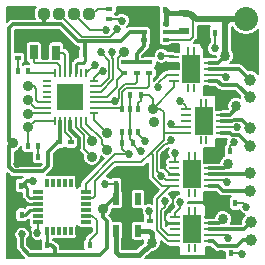
<source format=gtl>
G04 #@! TF.FileFunction,Copper,L1,Top,Signal*
%FSLAX46Y46*%
G04 Gerber Fmt 4.6, Leading zero omitted, Abs format (unit mm)*
G04 Created by KiCad (PCBNEW (2014-12-04 BZR 5312)-product) date 1/18/2015 1:19:07 PM*
%MOMM*%
G01*
G04 APERTURE LIST*
%ADD10C,0.100000*%
%ADD11R,0.280000X0.800000*%
%ADD12R,0.850000X0.280000*%
%ADD13R,1.650000X2.400000*%
%ADD14C,0.400000*%
%ADD15R,0.700000X1.200000*%
%ADD16R,0.550000X1.200000*%
%ADD17R,0.599440X0.398780*%
%ADD18R,0.398780X0.599440*%
%ADD19R,0.400000X0.600000*%
%ADD20R,0.600000X0.400000*%
%ADD21R,0.550000X1.000000*%
%ADD22R,0.500000X0.350000*%
%ADD23R,0.800000X1.450000*%
%ADD24R,0.850000X0.350000*%
%ADD25R,0.350000X0.800000*%
%ADD26O,0.248920X0.800000*%
%ADD27O,0.800000X0.248920*%
%ADD28R,2.250000X2.250000*%
%ADD29R,0.900000X0.500000*%
%ADD30C,0.883200*%
%ADD31C,1.000000*%
%ADD32R,2.032000X2.032000*%
%ADD33O,2.032000X2.032000*%
%ADD34C,1.117600*%
%ADD35R,0.420000X0.600000*%
%ADD36C,0.685800*%
%ADD37C,0.863600*%
%ADD38C,0.304800*%
%ADD39C,0.355600*%
%ADD40C,0.254000*%
%ADD41C,0.203200*%
%ADD42C,0.406400*%
%ADD43C,0.152400*%
%ADD44C,0.508000*%
G04 APERTURE END LIST*
D10*
D11*
X63258060Y-55609100D03*
X62758060Y-55609100D03*
D12*
X64488060Y-55029100D03*
X64488060Y-54529100D03*
X64488060Y-54029100D03*
X64488060Y-53529100D03*
X64488060Y-53029100D03*
X61538060Y-53029100D03*
X61538060Y-53529100D03*
X61538060Y-54029100D03*
X61538060Y-54529100D03*
X61538060Y-55029100D03*
D13*
X63008060Y-54039100D03*
D11*
X62758060Y-52479100D03*
X63258060Y-52479100D03*
D14*
X62528060Y-54789100D03*
X62528060Y-53289100D03*
X63528060Y-54789100D03*
X63528060Y-53289100D03*
X63008060Y-54039100D03*
D15*
X51525900Y-39065200D03*
D16*
X50575900Y-39065200D03*
D15*
X49625900Y-39055200D03*
D17*
X51724020Y-46664880D03*
X51724020Y-47564040D03*
D18*
X53917480Y-39173200D03*
X53018320Y-39173200D03*
D17*
X52737480Y-46664880D03*
X52737480Y-47564040D03*
X55989220Y-35359340D03*
X55989220Y-36258500D03*
D18*
X56581040Y-55262780D03*
X57480200Y-55262780D03*
X56563260Y-50213260D03*
X57462420Y-50213260D03*
D17*
X58027950Y-37328930D03*
X58027950Y-36429770D03*
D18*
X60763530Y-35482350D03*
X59864370Y-35482350D03*
X48538030Y-50330950D03*
X47638870Y-50330950D03*
X48588830Y-52820150D03*
X47689670Y-52820150D03*
X50764440Y-55356760D03*
X49865280Y-55356760D03*
X54353460Y-55366920D03*
X53454300Y-55366920D03*
X50010060Y-47891700D03*
X49110900Y-47891700D03*
D19*
X50000320Y-46954440D03*
X49100320Y-46954440D03*
D20*
X57264300Y-39910600D03*
X57264300Y-40810600D03*
D19*
X64066000Y-37388800D03*
X64966000Y-37388800D03*
X65437600Y-56080660D03*
X66337600Y-56080660D03*
X65783040Y-51810920D03*
X66683040Y-51810920D03*
X65363940Y-47419260D03*
X66263940Y-47419260D03*
D20*
X59458860Y-54239580D03*
X59458860Y-53339580D03*
D19*
X57981000Y-46725840D03*
X57081000Y-46725840D03*
X57783530Y-42635170D03*
X58683530Y-42635170D03*
D20*
X59369960Y-39910600D03*
X59369960Y-40810600D03*
X58318400Y-39910600D03*
X58318400Y-40810600D03*
D21*
X56555640Y-54168040D03*
X57505640Y-54168040D03*
X58455640Y-54168040D03*
X58455640Y-51468040D03*
X56555640Y-51468040D03*
D22*
X58967750Y-36676150D03*
X58967750Y-37326150D03*
X58967750Y-37976150D03*
X60767750Y-37976150D03*
X60767750Y-37326150D03*
X60767750Y-36676150D03*
D23*
X59867750Y-37326150D03*
D24*
X54000050Y-53393150D03*
X54000050Y-52893150D03*
X54000050Y-52393150D03*
X54000050Y-51893150D03*
X54000050Y-51393150D03*
X54000050Y-50893150D03*
D25*
X53270050Y-50153150D03*
X52770050Y-50153150D03*
X52270050Y-50153150D03*
X51770050Y-50153150D03*
X51270050Y-50153150D03*
X50770050Y-50153150D03*
D24*
X49970050Y-50893150D03*
D25*
X53270050Y-54153150D03*
X52770050Y-54153150D03*
X52270050Y-54153150D03*
X51770050Y-54153150D03*
X51270050Y-54153150D03*
X50770050Y-54153150D03*
D24*
X49970050Y-51393150D03*
X49970050Y-51893150D03*
X49970050Y-52393150D03*
X49970050Y-52893150D03*
X49970050Y-53393150D03*
D11*
X63204720Y-42042960D03*
X62704720Y-42042960D03*
D12*
X64434720Y-41462960D03*
X64434720Y-40962960D03*
X64434720Y-40462960D03*
X64434720Y-39962960D03*
X64434720Y-39462960D03*
X61484720Y-39462960D03*
X61484720Y-39962960D03*
X61484720Y-40462960D03*
X61484720Y-40962960D03*
X61484720Y-41462960D03*
D13*
X62954720Y-40472960D03*
D11*
X62704720Y-38912960D03*
X63204720Y-38912960D03*
D14*
X62474720Y-41222960D03*
X62474720Y-39722960D03*
X63474720Y-41222960D03*
X63474720Y-39722960D03*
X62954720Y-40472960D03*
D11*
X63240280Y-50950740D03*
X62740280Y-50950740D03*
D12*
X64470280Y-50370740D03*
X64470280Y-49870740D03*
X64470280Y-49370740D03*
X64470280Y-48870740D03*
X64470280Y-48370740D03*
X61520280Y-48370740D03*
X61520280Y-48870740D03*
X61520280Y-49370740D03*
X61520280Y-49870740D03*
X61520280Y-50370740D03*
D13*
X62990280Y-49380740D03*
D11*
X62740280Y-47820740D03*
X63240280Y-47820740D03*
D14*
X62510280Y-50130740D03*
X62510280Y-48630740D03*
X63510280Y-50130740D03*
X63510280Y-48630740D03*
X62990280Y-49380740D03*
D11*
X64235960Y-46452400D03*
X63735960Y-46452400D03*
D12*
X65465960Y-45872400D03*
X65465960Y-45372400D03*
X65465960Y-44872400D03*
X65465960Y-44372400D03*
X65465960Y-43872400D03*
X62515960Y-43872400D03*
X62515960Y-44372400D03*
X62515960Y-44872400D03*
X62515960Y-45372400D03*
X62515960Y-45872400D03*
D13*
X63985960Y-44882400D03*
D11*
X63735960Y-43322400D03*
X64235960Y-43322400D03*
D14*
X63505960Y-45632400D03*
X63505960Y-44132400D03*
X64505960Y-45632400D03*
X64505960Y-44132400D03*
X63985960Y-44882400D03*
D26*
X54067900Y-40823200D03*
X53617900Y-40823200D03*
X53167900Y-40823200D03*
X52717900Y-40823200D03*
X52267900Y-40823200D03*
X51817900Y-40823200D03*
X51367900Y-40823200D03*
D27*
X50717900Y-41473200D03*
X50717900Y-41923200D03*
X50717900Y-42373200D03*
X50717900Y-42823200D03*
X50717900Y-43273200D03*
X50717900Y-43723200D03*
X50717900Y-44173200D03*
D26*
X51367900Y-44823200D03*
X51817900Y-44823200D03*
X52267900Y-44823200D03*
X52717900Y-44823200D03*
X53167900Y-44823200D03*
X53617900Y-44823200D03*
X54067900Y-44823200D03*
D27*
X54717900Y-44173200D03*
X54717900Y-43723200D03*
X54717900Y-43273200D03*
X54717900Y-42823200D03*
X54717900Y-42373200D03*
X54717900Y-41923200D03*
X54717900Y-41473200D03*
D28*
X52717900Y-42823200D03*
D29*
X62320550Y-37248350D03*
X62320550Y-35748350D03*
D18*
X49156080Y-40665400D03*
X48256920Y-40665400D03*
D20*
X48249300Y-38640600D03*
X48249300Y-39540600D03*
D30*
X54518220Y-47886280D03*
X54518220Y-46586280D03*
X55818220Y-47286280D03*
X55818220Y-45886280D03*
X49117900Y-44273200D03*
X49117900Y-43123200D03*
X49103280Y-45412660D03*
X57264300Y-38991540D03*
X59814460Y-44978320D03*
X59681330Y-43828970D03*
X49117900Y-41923200D03*
D31*
X68005960Y-53457720D03*
X68005960Y-54957720D03*
X67901820Y-41359700D03*
X67901820Y-42859700D03*
X67950080Y-45466880D03*
X67950080Y-46966880D03*
X67950080Y-49266720D03*
X67950080Y-50766720D03*
D32*
X67564000Y-38785800D03*
D33*
X67564000Y-36245800D03*
D30*
X55458360Y-52311300D03*
X58574940Y-49336960D03*
X47815500Y-46741080D03*
D34*
X47934880Y-35791140D03*
X49204880Y-35791140D03*
X50474880Y-35791140D03*
X51744880Y-35791140D03*
X53014880Y-35791140D03*
X54284880Y-35791140D03*
D35*
X57753470Y-45754330D03*
X57753470Y-43854330D03*
X58403470Y-45754330D03*
X58403470Y-43854330D03*
X57103470Y-43854330D03*
X57103470Y-45754330D03*
D36*
X60520580Y-55425340D03*
X65308480Y-42677080D03*
X58036460Y-35570160D03*
X53481700Y-42062400D03*
X52717900Y-42823200D03*
X53456300Y-43561000D03*
X51983100Y-43561000D03*
X51983100Y-42087800D03*
X53619400Y-48928020D03*
X48214280Y-48470820D03*
X50546000Y-37693600D03*
X61367389Y-51119984D03*
D37*
X57480200Y-53014880D03*
D36*
X60434220Y-40347900D03*
X47986850Y-51829550D03*
X60601948Y-47731749D03*
X47668180Y-54422040D03*
X64000380Y-38445440D03*
X64549020Y-47508160D03*
X64203580Y-51711860D03*
X52367180Y-55321200D03*
X57073800Y-36362640D03*
D37*
X59603640Y-55156100D03*
X65664080Y-53172360D03*
X66093340Y-48506380D03*
X65801240Y-39364920D03*
X66763900Y-43591480D03*
D36*
X55681880Y-50223420D03*
X58732420Y-47365920D03*
X48585120Y-54411880D03*
X49509680Y-49923700D03*
X60426600Y-39336980D03*
X62019180Y-43139360D03*
X61600080Y-47533560D03*
X62021720Y-51711860D03*
X59408060Y-52481480D03*
X54782720Y-40083740D03*
X56531960Y-43151690D03*
X58991500Y-46527720D03*
X56654700Y-37117020D03*
X56217820Y-39019480D03*
X55708466Y-37135865D03*
X55272940Y-39006780D03*
X57658000Y-47668180D03*
X60699926Y-51627026D03*
X61267340Y-46443910D03*
X60379875Y-49495445D03*
X60157360Y-42006520D03*
X61208571Y-45130720D03*
X64927480Y-38709600D03*
X65846960Y-41120060D03*
X67251580Y-56095900D03*
X66075560Y-54734460D03*
X67612260Y-52120800D03*
X65984120Y-50022760D03*
X66532860Y-46682680D03*
X66842640Y-45387260D03*
X55440560Y-40625515D03*
X49890680Y-54356000D03*
D38*
X50494129Y-36677600D02*
X47835820Y-36677600D01*
X47835820Y-36677600D02*
X47515780Y-36997640D01*
X47515780Y-36997640D02*
X47515780Y-46550580D01*
X47515780Y-46550580D02*
X47706280Y-46741080D01*
X47706280Y-46741080D02*
X47815500Y-46741080D01*
X47815500Y-46741080D02*
X47548800Y-47007780D01*
X47548800Y-47007780D02*
X47548800Y-48763938D01*
X47548800Y-48763938D02*
X47903383Y-49118521D01*
X47903383Y-49118521D02*
X50352959Y-49118521D01*
X50352959Y-49118521D02*
X50812700Y-48658780D01*
X50812700Y-48658780D02*
X50812700Y-47475870D01*
X50812700Y-47475870D02*
X51623690Y-46664880D01*
X51623690Y-46664880D02*
X51724020Y-46664880D01*
X53929918Y-38109599D02*
X53339439Y-38109599D01*
X53339439Y-38109599D02*
X51907440Y-36677600D01*
X51907440Y-36677600D02*
X50494129Y-36677600D01*
X50474880Y-35791140D02*
X50474880Y-36658351D01*
X50474880Y-36658351D02*
X50494129Y-36677600D01*
D39*
X53921660Y-39169020D02*
X53917480Y-39173200D01*
D40*
X53917480Y-39173200D02*
X53917480Y-39777720D01*
X53212460Y-40076120D02*
X53210180Y-40076120D01*
X53917480Y-39777720D02*
X53771480Y-39923720D01*
X53771480Y-39923720D02*
X53364860Y-39923720D01*
X53364860Y-39923720D02*
X53212460Y-40076120D01*
X53210180Y-40076120D02*
X53167900Y-40118400D01*
X53167900Y-40118400D02*
X53167900Y-40823200D01*
D38*
X58967750Y-37976150D02*
X58967750Y-37326150D01*
X58967750Y-37326150D02*
X58967330Y-37325730D01*
X58967330Y-37325730D02*
X58027950Y-37328930D01*
X51817900Y-46571000D02*
X51724020Y-46664880D01*
X51817900Y-44823200D02*
X51817900Y-46571000D01*
X53917480Y-38122037D02*
X53917480Y-39173200D01*
X53929918Y-38109599D02*
X53917480Y-38122037D01*
X57264300Y-39910600D02*
X58318400Y-39910600D01*
X59369960Y-39910600D02*
X58318400Y-39910600D01*
X56995621Y-38109599D02*
X53929918Y-38109599D01*
X57776290Y-37328930D02*
X56995621Y-38109599D01*
X58027950Y-37328930D02*
X57776290Y-37328930D01*
X58967750Y-37976150D02*
X58967750Y-38514910D01*
X58318400Y-39164260D02*
X58318400Y-39910600D01*
X58967750Y-38514910D02*
X58318400Y-39164260D01*
D41*
X64770240Y-56344820D02*
X61440060Y-56344820D01*
X61440060Y-56344820D02*
X60520580Y-55425340D01*
X65437600Y-56080660D02*
X65034400Y-56080660D01*
X65034400Y-56080660D02*
X64770240Y-56344820D01*
X65465960Y-43872400D02*
X65465960Y-42834560D01*
X65465960Y-42834560D02*
X65308480Y-42677080D01*
D42*
X58027950Y-36429770D02*
X58027950Y-35578670D01*
X58027950Y-35578670D02*
X58036460Y-35570160D01*
D41*
X53481700Y-42062400D02*
X52720900Y-42823200D01*
X52720900Y-42823200D02*
X52717900Y-42823200D01*
X53456300Y-43561000D02*
X52718500Y-42823200D01*
X51983100Y-43561000D02*
X52717900Y-42826200D01*
X51983100Y-42087800D02*
X52717900Y-42822600D01*
D38*
X53270050Y-50153150D02*
X53270050Y-49277370D01*
X53270050Y-49277370D02*
X53619400Y-48928020D01*
X52737480Y-47564040D02*
X52737480Y-48046100D01*
X52737480Y-48046100D02*
X53619400Y-48928020D01*
X51724020Y-47564040D02*
X52737480Y-47564040D01*
D41*
X49110900Y-47891700D02*
X48793400Y-47891700D01*
X48793400Y-47891700D02*
X48214280Y-48470820D01*
X48249300Y-38640600D02*
X48249300Y-38237400D01*
X48249300Y-38237400D02*
X48793100Y-37693600D01*
X48793100Y-37693600D02*
X49917383Y-37693600D01*
X49917383Y-37693600D02*
X50546000Y-37693600D01*
X50575900Y-39065200D02*
X50575900Y-37723500D01*
X50575900Y-37723500D02*
X50546000Y-37693600D01*
X53018320Y-39173200D02*
X53018320Y-38743520D01*
X53018320Y-38743520D02*
X51968400Y-37693600D01*
X51968400Y-37693600D02*
X50546000Y-37693600D01*
D38*
X52717900Y-44823200D02*
X52717900Y-45624789D01*
X52717900Y-45624789D02*
X53433440Y-46340329D01*
X53433440Y-46340329D02*
X53433440Y-47191200D01*
X53433440Y-47191200D02*
X53060600Y-47564040D01*
X53060600Y-47564040D02*
X52737480Y-47564040D01*
D43*
X61367389Y-51604917D02*
X61367389Y-51119984D01*
X61367389Y-51896084D02*
X61367389Y-51604917D01*
X60683140Y-53251580D02*
X60683140Y-52580333D01*
X61538060Y-53529100D02*
X60960660Y-53529100D01*
X60960660Y-53529100D02*
X60683140Y-53251580D01*
X60683140Y-52580333D02*
X61367389Y-51896084D01*
D40*
X53270050Y-54153150D02*
X53270050Y-55182670D01*
X53270050Y-55182670D02*
X53454300Y-55366920D01*
D42*
X57505640Y-53040320D02*
X57480200Y-53014880D01*
X57505640Y-54168040D02*
X57505640Y-53040320D01*
X57480200Y-55262780D02*
X57480200Y-54193480D01*
X57480200Y-54193480D02*
X57505640Y-54168040D01*
D43*
X61484720Y-40462960D02*
X60549280Y-40462960D01*
X60549280Y-40462960D02*
X60434220Y-40347900D01*
X61484720Y-39962960D02*
X60819160Y-39962960D01*
X60819160Y-39962960D02*
X60434220Y-40347900D01*
D40*
X52717900Y-40823200D02*
X52717900Y-39473620D01*
X52717900Y-39473620D02*
X53018320Y-39173200D01*
X49970050Y-51893150D02*
X48050450Y-51893150D01*
X48050450Y-51893150D02*
X47986850Y-51829550D01*
X48249300Y-38640600D02*
X48349300Y-38640600D01*
X47689670Y-52820150D02*
X47689670Y-52126730D01*
X47689670Y-52126730D02*
X47986850Y-51829550D01*
D38*
X58027950Y-36429770D02*
X58721370Y-36429770D01*
X58721370Y-36429770D02*
X58967750Y-36676150D01*
X58967750Y-36676150D02*
X59932950Y-36676150D01*
D42*
X59932950Y-36676150D02*
X59932950Y-35550930D01*
D38*
X59932950Y-35550930D02*
X59864370Y-35482350D01*
X58967750Y-36676150D02*
X59217750Y-36676150D01*
X59217750Y-36676150D02*
X59867750Y-37326150D01*
D43*
X60601948Y-48216682D02*
X60601948Y-47731749D01*
X61520280Y-49370740D02*
X61111130Y-49370740D01*
X61111130Y-49370740D02*
X60601948Y-48861558D01*
X60601948Y-48861558D02*
X60601948Y-48216682D01*
D40*
X49865280Y-55256430D02*
X49268379Y-54659529D01*
X48011079Y-54079141D02*
X47668180Y-54422040D01*
X49865280Y-55356760D02*
X49865280Y-55256430D01*
X48851819Y-53789579D02*
X48300641Y-53789579D01*
X49268379Y-54659529D02*
X49268379Y-54206139D01*
X49268379Y-54206139D02*
X48851819Y-53789579D01*
X48300641Y-53789579D02*
X48011079Y-54079141D01*
D43*
X64066000Y-38379820D02*
X64000380Y-38445440D01*
X64066000Y-37388800D02*
X64066000Y-38379820D01*
X64637920Y-47419260D02*
X64549020Y-47508160D01*
X65363940Y-47419260D02*
X64637920Y-47419260D01*
D38*
X64470280Y-47586900D02*
X64549020Y-47508160D01*
X64470280Y-48370740D02*
X64470280Y-47586900D01*
D43*
X64302640Y-51810920D02*
X64203580Y-51711860D01*
X65783040Y-51810920D02*
X64302640Y-51810920D01*
D38*
X64488060Y-51996340D02*
X64203580Y-51711860D01*
X64488060Y-53029100D02*
X64488060Y-51996340D01*
D43*
X63258060Y-55869100D02*
X63258060Y-55609100D01*
D38*
X57886600Y-50213260D02*
X58574940Y-49524920D01*
X58574940Y-49524920D02*
X58574940Y-49336960D01*
X57462420Y-50213260D02*
X57886600Y-50213260D01*
D41*
X52412900Y-55366920D02*
X52367180Y-55321200D01*
X53454300Y-55366920D02*
X52412900Y-55366920D01*
D40*
X47638870Y-51481570D02*
X47986850Y-51829550D01*
X47638870Y-50330950D02*
X47638870Y-51481570D01*
D41*
X52267900Y-45792710D02*
X52267900Y-45426400D01*
X52737480Y-46262290D02*
X52267900Y-45792710D01*
X52737480Y-46664880D02*
X52737480Y-46262290D01*
X52267900Y-45426400D02*
X52267900Y-44823200D01*
D43*
X54284880Y-35791140D02*
X54582060Y-35791140D01*
X55013860Y-35359340D02*
X55989220Y-35359340D01*
X54582060Y-35791140D02*
X55013860Y-35359340D01*
X56969660Y-36258500D02*
X57073800Y-36362640D01*
X55989220Y-36258500D02*
X56969660Y-36258500D01*
X57264300Y-40810600D02*
X57164300Y-40810600D01*
X57164300Y-40810600D02*
X56705501Y-40351801D01*
X56705501Y-40351801D02*
X56705501Y-39557959D01*
X56705501Y-39557959D02*
X57233820Y-39029640D01*
X57282080Y-40828380D02*
X57264300Y-40810600D01*
X56680246Y-41953034D02*
X56680246Y-41587669D01*
X55810080Y-42823200D02*
X56680246Y-41953034D01*
X54717900Y-42823200D02*
X55810080Y-42823200D01*
X56680246Y-41394654D02*
X57264300Y-40810600D01*
X56680246Y-41587669D02*
X56680246Y-41394654D01*
D42*
X56855360Y-56243220D02*
X58516520Y-56243220D01*
X58516520Y-56243220D02*
X59603640Y-55156100D01*
X56581040Y-55262780D02*
X56581040Y-55968900D01*
X56581040Y-55968900D02*
X56855360Y-56243220D01*
X56555640Y-54168040D02*
X56555640Y-55237380D01*
X56555640Y-55237380D02*
X56581040Y-55262780D01*
X58455640Y-54168040D02*
X59387320Y-54168040D01*
X59387320Y-54168040D02*
X59458860Y-54239580D01*
X59603640Y-55156100D02*
X59603640Y-54384360D01*
X59603640Y-54384360D02*
X59458860Y-54239580D01*
D38*
X65307340Y-53529100D02*
X65664080Y-53172360D01*
X64488060Y-53529100D02*
X65307340Y-53529100D01*
X64470280Y-48870740D02*
X65728980Y-48870740D01*
X65728980Y-48870740D02*
X66093340Y-48506380D01*
D44*
X67564000Y-36245800D02*
X63345060Y-36245800D01*
X63345060Y-36245800D02*
X62895480Y-35796220D01*
X62895480Y-35796220D02*
X62368420Y-35796220D01*
X62368420Y-35796220D02*
X62320550Y-35748350D01*
D42*
X61029530Y-35748350D02*
X60763530Y-35482350D01*
X62320550Y-35748350D02*
X61029530Y-35748350D01*
X60767750Y-35486570D02*
X60763530Y-35482350D01*
X60767750Y-36676150D02*
X60767750Y-35486570D01*
X62321250Y-35749050D02*
X62320550Y-35748350D01*
D43*
X62520550Y-35748350D02*
X63101220Y-36329020D01*
X62320550Y-35748350D02*
X62520550Y-35748350D01*
X63101220Y-36329020D02*
X63101220Y-37741860D01*
X62866930Y-37976150D02*
X60767750Y-37976150D01*
X63101220Y-37741860D02*
X62866930Y-37976150D01*
D44*
X67564000Y-36245800D02*
X66127160Y-36245800D01*
X66127160Y-36245800D02*
X65801240Y-36571720D01*
X65801240Y-36571720D02*
X65801240Y-39364920D01*
D38*
X64434720Y-39962960D02*
X65203200Y-39962960D01*
X65203200Y-39962960D02*
X65801240Y-39364920D01*
X65465960Y-44372400D02*
X66195760Y-44372400D01*
X66195760Y-44372400D02*
X66763900Y-43804260D01*
X66763900Y-43804260D02*
X66763900Y-43591480D01*
D43*
X57981000Y-46725840D02*
X57981000Y-46794840D01*
X57981000Y-46794840D02*
X58552080Y-47365920D01*
X58552080Y-47365920D02*
X58732420Y-47365920D01*
X55681880Y-50223420D02*
X56553100Y-50223420D01*
X56553100Y-50223420D02*
X56563260Y-50213260D01*
D42*
X56563260Y-50213260D02*
X56563260Y-51460420D01*
X56563260Y-51460420D02*
X56555640Y-51468040D01*
D41*
X57981000Y-46586560D02*
X57753470Y-46359030D01*
X57753470Y-46359030D02*
X57753470Y-45754330D01*
X57981000Y-46725840D02*
X57981000Y-46586560D01*
D40*
X50770050Y-54153150D02*
X50770050Y-55351150D01*
X50770050Y-55351150D02*
X50764440Y-55356760D01*
D41*
X57753470Y-43854330D02*
X57753470Y-42665230D01*
D43*
X57753470Y-42665230D02*
X57783530Y-42635170D01*
D41*
X57753470Y-45754330D02*
X57753470Y-43854330D01*
D40*
X49970050Y-51393150D02*
X49291050Y-51393150D01*
X49291050Y-51393150D02*
X49079050Y-51181150D01*
X49079050Y-51181150D02*
X49079050Y-50534150D01*
X49079050Y-50534150D02*
X48875850Y-50330950D01*
X48875850Y-50330950D02*
X48538030Y-50330950D01*
D38*
X55811420Y-55633620D02*
X55257700Y-56187340D01*
X55257700Y-56187340D02*
X52099210Y-56187340D01*
X52099210Y-56187340D02*
X49217580Y-56187340D01*
X48585120Y-55554880D02*
X48585120Y-54411880D01*
X49217580Y-56187340D02*
X48585120Y-55554880D01*
X48875850Y-50072597D02*
X48875850Y-50330950D01*
X49024747Y-49923700D02*
X48875850Y-50072597D01*
X49509680Y-49923700D02*
X49024747Y-49923700D01*
X56311780Y-51468040D02*
X55465980Y-52313840D01*
X56555640Y-51468040D02*
X56311780Y-51468040D01*
X55458360Y-52311300D02*
X55458360Y-52992020D01*
X55811420Y-53345080D02*
X55811420Y-55633620D01*
X55458360Y-52992020D02*
X55811420Y-53345080D01*
X51079400Y-55356760D02*
X50764440Y-55356760D01*
X51374040Y-55651400D02*
X51079400Y-55356760D01*
X51374040Y-56187340D02*
X51374040Y-55651400D01*
X52099210Y-56187340D02*
X51374040Y-56187340D01*
D43*
X48588830Y-52820150D02*
X48774250Y-52820150D01*
D40*
X48875850Y-52820150D02*
X49302850Y-52393150D01*
X49302850Y-52393150D02*
X49970050Y-52393150D01*
X48588830Y-52820150D02*
X48875850Y-52820150D01*
D41*
X54353460Y-54914800D02*
X54932580Y-54335680D01*
X54353460Y-55366920D02*
X54353460Y-54914800D01*
X54577450Y-52893150D02*
X54000050Y-52893150D01*
X54932580Y-53248280D02*
X54577450Y-52893150D01*
X54932580Y-54335680D02*
X54932580Y-53248280D01*
D43*
X50000320Y-47881960D02*
X50010060Y-47891700D01*
X50000320Y-46954440D02*
X50000320Y-47881960D01*
D41*
X60426600Y-39336980D02*
X61358740Y-39336980D01*
X61358740Y-39336980D02*
X61484720Y-39462960D01*
X62515960Y-43872400D02*
X62515960Y-43636140D01*
X62515960Y-43636140D02*
X62019180Y-43139360D01*
X61600080Y-47533560D02*
X61600080Y-48290940D01*
X61600080Y-48290940D02*
X61520280Y-48370740D01*
D43*
X62021720Y-51711860D02*
X62021720Y-52196793D01*
X61538060Y-52680660D02*
X61538060Y-53029100D01*
X62021720Y-52196793D02*
X61838840Y-52379673D01*
X61838840Y-52379673D02*
X61838840Y-52379880D01*
X61838840Y-52379880D02*
X61538060Y-52680660D01*
X59458860Y-53339580D02*
X59458860Y-52532280D01*
X59458860Y-52532280D02*
X59408060Y-52481480D01*
X54067900Y-40823200D02*
X54067900Y-40587200D01*
D41*
X54067900Y-40798560D02*
X54782720Y-40083740D01*
D43*
X54067900Y-40823200D02*
X54067900Y-40798560D01*
D41*
X52267900Y-40823200D02*
X52267900Y-39254000D01*
X52267900Y-39254000D02*
X52079100Y-39065200D01*
X52079100Y-39065200D02*
X51525900Y-39065200D01*
X51817900Y-40823200D02*
X51817900Y-40220000D01*
X51817900Y-40220000D02*
X51567901Y-39970001D01*
X51567901Y-39970001D02*
X49737501Y-39970001D01*
X49737501Y-39970001D02*
X49625900Y-39858400D01*
X49625900Y-39858400D02*
X49625900Y-39055200D01*
D43*
X51367900Y-40823200D02*
X49034480Y-40823200D01*
X49034480Y-40823200D02*
X49156080Y-40665400D01*
X50717900Y-43273200D02*
X49967900Y-43273200D01*
X49617900Y-41923200D02*
X49117900Y-41923200D01*
X49817900Y-42123200D02*
X49617900Y-41923200D01*
X49817900Y-43123200D02*
X49817900Y-42123200D01*
X49967900Y-43273200D02*
X49817900Y-43123200D01*
X50717900Y-43723200D02*
X49717900Y-43723200D01*
X49717900Y-43723200D02*
X49117900Y-43123200D01*
X50717900Y-44173200D02*
X49217900Y-44173200D01*
X49217900Y-44173200D02*
X49117900Y-44273200D01*
X49692740Y-44823200D02*
X49103280Y-45412660D01*
X51367900Y-44823200D02*
X49692740Y-44823200D01*
X49100320Y-45415620D02*
X49103280Y-45412660D01*
X49100320Y-46954440D02*
X49100320Y-45415620D01*
X53167900Y-44823200D02*
X53167900Y-45375600D01*
X53167900Y-45375600D02*
X53848019Y-46055719D01*
X53848019Y-46055719D02*
X53848019Y-47216079D01*
X53848019Y-47216079D02*
X54076621Y-47444681D01*
X54076621Y-47444681D02*
X54518220Y-47886280D01*
X54518220Y-46294854D02*
X54518220Y-46586280D01*
X53617900Y-45394534D02*
X54518220Y-46294854D01*
X53617900Y-44823200D02*
X53617900Y-45394534D01*
X54067900Y-44823200D02*
X54067900Y-45098740D01*
X54067900Y-45098740D02*
X55376621Y-46407461D01*
X55376621Y-46407461D02*
X55376621Y-46844681D01*
X55376621Y-46844681D02*
X55818220Y-47286280D01*
X54717900Y-44173200D02*
X54717900Y-44785960D01*
X54717900Y-44785960D02*
X55818220Y-45886280D01*
D41*
X54717900Y-44173200D02*
X54728900Y-44173200D01*
D43*
X54717900Y-44173200D02*
X54993440Y-44173200D01*
D41*
X57103470Y-43944330D02*
X57103470Y-43854330D01*
D43*
X59269960Y-40810600D02*
X59369960Y-40810600D01*
X57094620Y-43845480D02*
X57103470Y-43854330D01*
X56972340Y-43723200D02*
X57103470Y-43854330D01*
X54717900Y-43723200D02*
X56972340Y-43723200D01*
X57103470Y-42403748D02*
X57444818Y-42062400D01*
X57103470Y-43854330D02*
X57103470Y-42403748D01*
X57444818Y-42062400D02*
X59174380Y-42062400D01*
X59369960Y-41866820D02*
X59369960Y-40810600D01*
X59174380Y-42062400D02*
X59369960Y-41866820D01*
X58218400Y-40810600D02*
X58318400Y-40810600D01*
X58318400Y-40810600D02*
X58318400Y-41163000D01*
X58318400Y-41592500D02*
X58153310Y-41757590D01*
X58318400Y-41163000D02*
X58318400Y-41592500D01*
X58153310Y-41757590D02*
X57318561Y-41757591D01*
X56798661Y-42884989D02*
X56531960Y-43151690D01*
X56798661Y-42277491D02*
X56798661Y-42884989D01*
X57318561Y-41757591D02*
X56798661Y-42277491D01*
X56410450Y-43273200D02*
X56531960Y-43151690D01*
X54717900Y-43273200D02*
X56410450Y-43273200D01*
X58403470Y-45939690D02*
X58991500Y-46527720D01*
X58403470Y-45754330D02*
X58403470Y-45939690D01*
X56311801Y-37459919D02*
X56654700Y-37117020D01*
X56060341Y-37711379D02*
X56311801Y-37459919D01*
X53665119Y-37711379D02*
X56060341Y-37711379D01*
X51744880Y-35791140D02*
X53665119Y-37711379D01*
X56329590Y-39616183D02*
X56217820Y-39504413D01*
X56329590Y-41313910D02*
X56329590Y-39616183D01*
X55270300Y-42373200D02*
X56329590Y-41313910D01*
X56217820Y-39504413D02*
X56217820Y-39019480D01*
X54717900Y-42373200D02*
X55270300Y-42373200D01*
X53014880Y-35791140D02*
X54359605Y-37135865D01*
X55223533Y-37135865D02*
X55708466Y-37135865D01*
X54359605Y-37135865D02*
X55223533Y-37135865D01*
X55270300Y-41923200D02*
X56012080Y-41181420D01*
X54717900Y-41923200D02*
X55270300Y-41923200D01*
X56012080Y-39745920D02*
X55272940Y-39006780D01*
X56012080Y-41181420D02*
X56012080Y-39745920D01*
D41*
X57081000Y-46725840D02*
X57081000Y-47192780D01*
X57081000Y-47192780D02*
X57556400Y-47668180D01*
X57556400Y-47668180D02*
X57658000Y-47668180D01*
X57173067Y-47668180D02*
X57658000Y-47668180D01*
X56520080Y-47668180D02*
X57173067Y-47668180D01*
X54000050Y-50188210D02*
X56520080Y-47668180D01*
X54000050Y-50893150D02*
X54000050Y-50188210D01*
D43*
X60960660Y-54529100D02*
X60378330Y-53946770D01*
X60699926Y-52111959D02*
X60699926Y-51627026D01*
X60378330Y-52433555D02*
X60699926Y-52111959D01*
X61538060Y-54529100D02*
X60960660Y-54529100D01*
X60378330Y-53946770D02*
X60378330Y-52433555D01*
X60379875Y-49495445D02*
X60397125Y-49495445D01*
X60772420Y-49870740D02*
X61520280Y-49870740D01*
X60397125Y-49495445D02*
X60772420Y-49870740D01*
D41*
X61484720Y-40962960D02*
X60856520Y-40962960D01*
X60856520Y-40962960D02*
X60157360Y-41662120D01*
X60157360Y-41662120D02*
X60157360Y-42006520D01*
X57103470Y-46703370D02*
X57081000Y-46725840D01*
X57103470Y-45754330D02*
X57103470Y-46703370D01*
D43*
X61450251Y-45372400D02*
X62515960Y-45372400D01*
X61208571Y-45130720D02*
X61450251Y-45372400D01*
X60379875Y-49495445D02*
X60015119Y-49130689D01*
X60015119Y-49130689D02*
X60015119Y-47510327D01*
X60015119Y-47510327D02*
X60738637Y-46786809D01*
X60738637Y-46786809D02*
X60924441Y-46786809D01*
X60924441Y-46786809D02*
X61267340Y-46443910D01*
X60960660Y-55029100D02*
X60063380Y-54131820D01*
X61538060Y-55029100D02*
X60960660Y-55029100D01*
X60063380Y-54131820D02*
X60063380Y-51455320D01*
X60063380Y-51455320D02*
X61030485Y-50488215D01*
X61030485Y-50488215D02*
X61030485Y-50370740D01*
X61520280Y-50370740D02*
X61030485Y-50370740D01*
D41*
X59681330Y-43828970D02*
X61484720Y-42025580D01*
X61484720Y-42025580D02*
X61484720Y-41462960D01*
X60611661Y-45790973D02*
X60611661Y-44134785D01*
X60611661Y-44134785D02*
X60305846Y-43828970D01*
X60305846Y-43828970D02*
X59681330Y-43828970D01*
X58683530Y-42635170D02*
X59340750Y-42635170D01*
X59681330Y-42975750D02*
X59681330Y-43828970D01*
X59340750Y-42635170D02*
X59681330Y-42975750D01*
X58546520Y-43275380D02*
X58479220Y-43275380D01*
X58479220Y-43275380D02*
X58403470Y-43351130D01*
X58403470Y-43351130D02*
X58403470Y-43854330D01*
X58683530Y-42635170D02*
X58683530Y-43138370D01*
X58683530Y-43138370D02*
X58546520Y-43275380D01*
D43*
X60693088Y-45872400D02*
X60611661Y-45790973D01*
X62515960Y-45872400D02*
X60693088Y-45872400D01*
D41*
X60611661Y-46446799D02*
X60611661Y-45790973D01*
X56403240Y-48328580D02*
X58729880Y-48328580D01*
X54628250Y-51393150D02*
X54782720Y-51238680D01*
X54782720Y-49949100D02*
X56403240Y-48328580D01*
X54000050Y-51393150D02*
X54628250Y-51393150D01*
X54782720Y-51238680D02*
X54782720Y-49949100D01*
D43*
X59669680Y-47733920D02*
X59497110Y-47561350D01*
X59669680Y-49593500D02*
X59669680Y-47733920D01*
X60446920Y-50370740D02*
X59669680Y-49593500D01*
X61030485Y-50370740D02*
X60446920Y-50370740D01*
D41*
X59497110Y-47561350D02*
X60611661Y-46446799D01*
X58729880Y-48328580D02*
X59497110Y-47561350D01*
D43*
X65689860Y-40962960D02*
X64434720Y-40962960D01*
X65846960Y-41120060D02*
X65689860Y-40962960D01*
X64966000Y-38671080D02*
X64927480Y-38709600D01*
X64966000Y-37388800D02*
X64966000Y-38671080D01*
X67236340Y-56080660D02*
X67251580Y-56095900D01*
X66337600Y-56080660D02*
X67236340Y-56080660D01*
X64488060Y-54529100D02*
X65870200Y-54529100D01*
X65870200Y-54529100D02*
X66075560Y-54734460D01*
X66683040Y-51810920D02*
X67302380Y-51810920D01*
X67302380Y-51810920D02*
X67612260Y-52120800D01*
X64470280Y-49870740D02*
X65832100Y-49870740D01*
X65832100Y-49870740D02*
X65984120Y-50022760D01*
X65465960Y-45372400D02*
X66827780Y-45372400D01*
X66263940Y-47419260D02*
X66263940Y-46951600D01*
X66263940Y-46951600D02*
X66532860Y-46682680D01*
X66827780Y-45372400D02*
X66842640Y-45387260D01*
D38*
X60767750Y-37326150D02*
X62242750Y-37326150D01*
X62242750Y-37326150D02*
X62320550Y-37248350D01*
X64488060Y-54029100D02*
X67434580Y-54029100D01*
X67434580Y-54029100D02*
X68005960Y-53457720D01*
X68005960Y-54957720D02*
X67298854Y-54957720D01*
X65217860Y-55473900D02*
X64773060Y-55029100D01*
X66782674Y-55473900D02*
X65217860Y-55473900D01*
X67298854Y-54957720D02*
X66782674Y-55473900D01*
X64773060Y-55029100D02*
X64488060Y-55029100D01*
X64434720Y-40462960D02*
X67005080Y-40462960D01*
X67005080Y-40462960D02*
X67901820Y-41359700D01*
X66847980Y-41805860D02*
X67901820Y-42859700D01*
X65507420Y-41805860D02*
X66847980Y-41805860D01*
X65164520Y-41462960D02*
X65507420Y-41805860D01*
X64434720Y-41462960D02*
X65164520Y-41462960D01*
X67222759Y-44739559D02*
X67450081Y-44966881D01*
X65465960Y-44872400D02*
X66398902Y-44872400D01*
X66531743Y-44739559D02*
X67222759Y-44739559D01*
X67450081Y-44966881D02*
X67950080Y-45466880D01*
X66398902Y-44872400D02*
X66531743Y-44739559D01*
X67450081Y-46466881D02*
X67950080Y-46966880D01*
X65465960Y-45872400D02*
X66195760Y-45872400D01*
X67018161Y-46034961D02*
X67450081Y-46466881D01*
X66358321Y-46034961D02*
X67018161Y-46034961D01*
X66195760Y-45872400D02*
X66358321Y-46034961D01*
X64470280Y-49370740D02*
X67846060Y-49370740D01*
X67846060Y-49370740D02*
X67950080Y-49266720D01*
X65596060Y-50766720D02*
X67950080Y-50766720D01*
X65200080Y-50370740D02*
X65596060Y-50766720D01*
X64470280Y-50370740D02*
X65200080Y-50370740D01*
D41*
X48256920Y-40665400D02*
X48256920Y-39548220D01*
X48256920Y-39548220D02*
X48249300Y-39540600D01*
D43*
X48256500Y-39547800D02*
X48249300Y-39540600D01*
X49970050Y-53393150D02*
X49737950Y-53393150D01*
X55288725Y-40625515D02*
X55440560Y-40625515D01*
X54717900Y-41196340D02*
X55288725Y-40625515D01*
X54717900Y-41473200D02*
X54717900Y-41196340D01*
X49970050Y-53393150D02*
X49970050Y-54276630D01*
X49970050Y-54276630D02*
X49890680Y-54356000D01*
G36*
X49485901Y-51892957D02*
X49419146Y-51905909D01*
X49373414Y-51935950D01*
X49302850Y-51935950D01*
X49127887Y-51970752D01*
X48979561Y-52069861D01*
X48852725Y-52196696D01*
X48788220Y-52183761D01*
X48389440Y-52183761D01*
X48263536Y-52208189D01*
X48152878Y-52280880D01*
X48078804Y-52390617D01*
X48052771Y-52520430D01*
X48052771Y-53119870D01*
X48077199Y-53245774D01*
X48149890Y-53356432D01*
X48259627Y-53430506D01*
X48389440Y-53456539D01*
X48788220Y-53456539D01*
X48914124Y-53432111D01*
X49024782Y-53359420D01*
X49098856Y-53249683D01*
X49107942Y-53204375D01*
X49199139Y-53143439D01*
X49219113Y-53123464D01*
X49223173Y-53144389D01*
X49208381Y-53218150D01*
X49208381Y-53568150D01*
X49232809Y-53694054D01*
X49305500Y-53804712D01*
X49415237Y-53878786D01*
X49415862Y-53878911D01*
X49320386Y-53974222D01*
X49226250Y-54200924D01*
X49156079Y-54031097D01*
X48966898Y-53841586D01*
X48719595Y-53738897D01*
X48451819Y-53738663D01*
X48204337Y-53840921D01*
X48014826Y-54030102D01*
X47912137Y-54277405D01*
X47911903Y-54545181D01*
X48014161Y-54792663D01*
X48102520Y-54881176D01*
X48102520Y-55554880D01*
X48139256Y-55739563D01*
X48243870Y-55896130D01*
X48792420Y-56444680D01*
X47365120Y-56444680D01*
X47365120Y-49262758D01*
X47562133Y-49459771D01*
X47718700Y-49564385D01*
X47903383Y-49601121D01*
X48664826Y-49601121D01*
X48571386Y-49694561D01*
X48338640Y-49694561D01*
X48212736Y-49718989D01*
X48102078Y-49791680D01*
X48028004Y-49901417D01*
X48001971Y-50031230D01*
X48001971Y-50630670D01*
X48026399Y-50756574D01*
X48099090Y-50867232D01*
X48208827Y-50941306D01*
X48338640Y-50967339D01*
X48621850Y-50967339D01*
X48621850Y-51181150D01*
X48656652Y-51356113D01*
X48755761Y-51504439D01*
X48967761Y-51716439D01*
X49116087Y-51815548D01*
X49291050Y-51850350D01*
X49373110Y-51850350D01*
X49415237Y-51878786D01*
X49485901Y-51892957D01*
X49485901Y-51892957D01*
G37*
X49485901Y-51892957D02*
X49419146Y-51905909D01*
X49373414Y-51935950D01*
X49302850Y-51935950D01*
X49127887Y-51970752D01*
X48979561Y-52069861D01*
X48852725Y-52196696D01*
X48788220Y-52183761D01*
X48389440Y-52183761D01*
X48263536Y-52208189D01*
X48152878Y-52280880D01*
X48078804Y-52390617D01*
X48052771Y-52520430D01*
X48052771Y-53119870D01*
X48077199Y-53245774D01*
X48149890Y-53356432D01*
X48259627Y-53430506D01*
X48389440Y-53456539D01*
X48788220Y-53456539D01*
X48914124Y-53432111D01*
X49024782Y-53359420D01*
X49098856Y-53249683D01*
X49107942Y-53204375D01*
X49199139Y-53143439D01*
X49219113Y-53123464D01*
X49223173Y-53144389D01*
X49208381Y-53218150D01*
X49208381Y-53568150D01*
X49232809Y-53694054D01*
X49305500Y-53804712D01*
X49415237Y-53878786D01*
X49415862Y-53878911D01*
X49320386Y-53974222D01*
X49226250Y-54200924D01*
X49156079Y-54031097D01*
X48966898Y-53841586D01*
X48719595Y-53738897D01*
X48451819Y-53738663D01*
X48204337Y-53840921D01*
X48014826Y-54030102D01*
X47912137Y-54277405D01*
X47911903Y-54545181D01*
X48014161Y-54792663D01*
X48102520Y-54881176D01*
X48102520Y-55554880D01*
X48139256Y-55739563D01*
X48243870Y-55896130D01*
X48792420Y-56444680D01*
X47365120Y-56444680D01*
X47365120Y-49262758D01*
X47562133Y-49459771D01*
X47718700Y-49564385D01*
X47903383Y-49601121D01*
X48664826Y-49601121D01*
X48571386Y-49694561D01*
X48338640Y-49694561D01*
X48212736Y-49718989D01*
X48102078Y-49791680D01*
X48028004Y-49901417D01*
X48001971Y-50031230D01*
X48001971Y-50630670D01*
X48026399Y-50756574D01*
X48099090Y-50867232D01*
X48208827Y-50941306D01*
X48338640Y-50967339D01*
X48621850Y-50967339D01*
X48621850Y-51181150D01*
X48656652Y-51356113D01*
X48755761Y-51504439D01*
X48967761Y-51716439D01*
X49116087Y-51815548D01*
X49291050Y-51850350D01*
X49373110Y-51850350D01*
X49415237Y-51878786D01*
X49485901Y-51892957D01*
G36*
X49803629Y-35205080D02*
X49721662Y-35286904D01*
X49586034Y-35613531D01*
X49585726Y-35967197D01*
X49679852Y-36195000D01*
X47835820Y-36195000D01*
X47651137Y-36231736D01*
X47494570Y-36336350D01*
X47365120Y-36465800D01*
X47365120Y-35205080D01*
X49803629Y-35205080D01*
X49803629Y-35205080D01*
G37*
X49803629Y-35205080D02*
X49721662Y-35286904D01*
X49586034Y-35613531D01*
X49585726Y-35967197D01*
X49679852Y-36195000D01*
X47835820Y-36195000D01*
X47651137Y-36231736D01*
X47494570Y-36336350D01*
X47365120Y-36465800D01*
X47365120Y-35205080D01*
X49803629Y-35205080D01*
G36*
X50252932Y-54934615D02*
X50228381Y-55057040D01*
X50228381Y-55656480D01*
X50237744Y-55704740D01*
X49417479Y-55704740D01*
X49067720Y-55354980D01*
X49067720Y-54881199D01*
X49155414Y-54793658D01*
X49249549Y-54566955D01*
X49319721Y-54736783D01*
X49508902Y-54926294D01*
X49756205Y-55028983D01*
X50023981Y-55029217D01*
X50252932Y-54934615D01*
X50252932Y-54934615D01*
G37*
X50252932Y-54934615D02*
X50228381Y-55057040D01*
X50228381Y-55656480D01*
X50237744Y-55704740D01*
X49417479Y-55704740D01*
X49067720Y-55354980D01*
X49067720Y-54881199D01*
X49155414Y-54793658D01*
X49249549Y-54566955D01*
X49319721Y-54736783D01*
X49508902Y-54926294D01*
X49756205Y-55028983D01*
X50023981Y-55029217D01*
X50252932Y-54934615D01*
G36*
X50273274Y-48515705D02*
X50153059Y-48635921D01*
X48103283Y-48635921D01*
X48031400Y-48564038D01*
X48031400Y-47486959D01*
X48252118Y-47395761D01*
X48469418Y-47178840D01*
X48563651Y-46951901D01*
X48563651Y-47254440D01*
X48588079Y-47380344D01*
X48660770Y-47491002D01*
X48770507Y-47565076D01*
X48900320Y-47591109D01*
X49300320Y-47591109D01*
X49426224Y-47566681D01*
X49487093Y-47526696D01*
X49474001Y-47591980D01*
X49474001Y-48191420D01*
X49498429Y-48317324D01*
X49571120Y-48427982D01*
X49680857Y-48502056D01*
X49810670Y-48528089D01*
X50209450Y-48528089D01*
X50273274Y-48515705D01*
X50273274Y-48515705D01*
G37*
X50273274Y-48515705D02*
X50153059Y-48635921D01*
X48103283Y-48635921D01*
X48031400Y-48564038D01*
X48031400Y-47486959D01*
X48252118Y-47395761D01*
X48469418Y-47178840D01*
X48563651Y-46951901D01*
X48563651Y-47254440D01*
X48588079Y-47380344D01*
X48660770Y-47491002D01*
X48770507Y-47565076D01*
X48900320Y-47591109D01*
X49300320Y-47591109D01*
X49426224Y-47566681D01*
X49487093Y-47526696D01*
X49474001Y-47591980D01*
X49474001Y-48191420D01*
X49498429Y-48317324D01*
X49571120Y-48427982D01*
X49680857Y-48502056D01*
X49810670Y-48528089D01*
X50209450Y-48528089D01*
X50273274Y-48515705D01*
G36*
X53434880Y-38703036D02*
X53407454Y-38743667D01*
X53381421Y-38873480D01*
X53381421Y-39466520D01*
X53364860Y-39466520D01*
X53189897Y-39501322D01*
X53041571Y-39600431D01*
X52893762Y-39748239D01*
X52886891Y-39752831D01*
X52844611Y-39795111D01*
X52745502Y-39943437D01*
X52710700Y-40118400D01*
X52710700Y-40473730D01*
X52699700Y-40418430D01*
X52699700Y-39254005D01*
X52699700Y-39254000D01*
X52699701Y-39254000D01*
X52666832Y-39088758D01*
X52666831Y-39088757D01*
X52635772Y-39042274D01*
X52573229Y-38948672D01*
X52573229Y-38948671D01*
X52573225Y-38948668D01*
X52384429Y-38759871D01*
X52244343Y-38666269D01*
X52212569Y-38659948D01*
X52212569Y-38465200D01*
X52188141Y-38339296D01*
X52115450Y-38228638D01*
X52005713Y-38154564D01*
X51875900Y-38128531D01*
X51175900Y-38128531D01*
X51049996Y-38152959D01*
X50939338Y-38225650D01*
X50865264Y-38335387D01*
X50839231Y-38465200D01*
X50839231Y-39538201D01*
X50312569Y-39538201D01*
X50312569Y-38455200D01*
X50288141Y-38329296D01*
X50215450Y-38218638D01*
X50105713Y-38144564D01*
X49975900Y-38118531D01*
X49275900Y-38118531D01*
X49149996Y-38142959D01*
X49039338Y-38215650D01*
X48965264Y-38325387D01*
X48939231Y-38455200D01*
X48939231Y-39655200D01*
X48963659Y-39781104D01*
X49036350Y-39891762D01*
X49146087Y-39965836D01*
X49218353Y-39980328D01*
X49226969Y-40023643D01*
X49230555Y-40029011D01*
X48956690Y-40029011D01*
X48830786Y-40053439D01*
X48720128Y-40126130D01*
X48706834Y-40145824D01*
X48695860Y-40129118D01*
X48688720Y-40124298D01*
X48688720Y-40043962D01*
X48785862Y-39980150D01*
X48859936Y-39870413D01*
X48885969Y-39740600D01*
X48885969Y-39340600D01*
X48861541Y-39214696D01*
X48788850Y-39104038D01*
X48679113Y-39029964D01*
X48549300Y-39003931D01*
X47998380Y-39003931D01*
X47998380Y-37197540D01*
X48035720Y-37160200D01*
X50494129Y-37160200D01*
X51707540Y-37160200D01*
X52998186Y-38450845D01*
X52998189Y-38450849D01*
X53154756Y-38555463D01*
X53339439Y-38592199D01*
X53434880Y-38592199D01*
X53434880Y-38703036D01*
X53434880Y-38703036D01*
G37*
X53434880Y-38703036D02*
X53407454Y-38743667D01*
X53381421Y-38873480D01*
X53381421Y-39466520D01*
X53364860Y-39466520D01*
X53189897Y-39501322D01*
X53041571Y-39600431D01*
X52893762Y-39748239D01*
X52886891Y-39752831D01*
X52844611Y-39795111D01*
X52745502Y-39943437D01*
X52710700Y-40118400D01*
X52710700Y-40473730D01*
X52699700Y-40418430D01*
X52699700Y-39254005D01*
X52699700Y-39254000D01*
X52699701Y-39254000D01*
X52666832Y-39088758D01*
X52666831Y-39088757D01*
X52635772Y-39042274D01*
X52573229Y-38948672D01*
X52573229Y-38948671D01*
X52573225Y-38948668D01*
X52384429Y-38759871D01*
X52244343Y-38666269D01*
X52212569Y-38659948D01*
X52212569Y-38465200D01*
X52188141Y-38339296D01*
X52115450Y-38228638D01*
X52005713Y-38154564D01*
X51875900Y-38128531D01*
X51175900Y-38128531D01*
X51049996Y-38152959D01*
X50939338Y-38225650D01*
X50865264Y-38335387D01*
X50839231Y-38465200D01*
X50839231Y-39538201D01*
X50312569Y-39538201D01*
X50312569Y-38455200D01*
X50288141Y-38329296D01*
X50215450Y-38218638D01*
X50105713Y-38144564D01*
X49975900Y-38118531D01*
X49275900Y-38118531D01*
X49149996Y-38142959D01*
X49039338Y-38215650D01*
X48965264Y-38325387D01*
X48939231Y-38455200D01*
X48939231Y-39655200D01*
X48963659Y-39781104D01*
X49036350Y-39891762D01*
X49146087Y-39965836D01*
X49218353Y-39980328D01*
X49226969Y-40023643D01*
X49230555Y-40029011D01*
X48956690Y-40029011D01*
X48830786Y-40053439D01*
X48720128Y-40126130D01*
X48706834Y-40145824D01*
X48695860Y-40129118D01*
X48688720Y-40124298D01*
X48688720Y-40043962D01*
X48785862Y-39980150D01*
X48859936Y-39870413D01*
X48885969Y-39740600D01*
X48885969Y-39340600D01*
X48861541Y-39214696D01*
X48788850Y-39104038D01*
X48679113Y-39029964D01*
X48549300Y-39003931D01*
X47998380Y-39003931D01*
X47998380Y-37197540D01*
X48035720Y-37160200D01*
X50494129Y-37160200D01*
X51707540Y-37160200D01*
X52998186Y-38450845D01*
X52998189Y-38450849D01*
X53154756Y-38555463D01*
X53339439Y-38592199D01*
X53434880Y-38592199D01*
X53434880Y-38703036D01*
G36*
X54500780Y-54156822D02*
X54048131Y-54609471D01*
X53954529Y-54749557D01*
X53942225Y-54811413D01*
X53942224Y-54811413D01*
X53917508Y-54827650D01*
X53843434Y-54937387D01*
X53817401Y-55067200D01*
X53817401Y-55666640D01*
X53824793Y-55704740D01*
X52099210Y-55704740D01*
X51856640Y-55704740D01*
X51856640Y-55651400D01*
X51819904Y-55466717D01*
X51715290Y-55310150D01*
X51420650Y-55015510D01*
X51264083Y-54910896D01*
X51262578Y-54910596D01*
X51248929Y-54889819D01*
X51445050Y-54889819D01*
X51521289Y-54875026D01*
X51595050Y-54889819D01*
X51945050Y-54889819D01*
X52021289Y-54875026D01*
X52095050Y-54889819D01*
X52445050Y-54889819D01*
X52521289Y-54875026D01*
X52595050Y-54889819D01*
X52945050Y-54889819D01*
X53070954Y-54865391D01*
X53181612Y-54792700D01*
X53255686Y-54682963D01*
X53281719Y-54553150D01*
X53281719Y-53753150D01*
X53273373Y-53710136D01*
X53335500Y-53804712D01*
X53445237Y-53878786D01*
X53575050Y-53904819D01*
X54425050Y-53904819D01*
X54500780Y-53890125D01*
X54500780Y-54156822D01*
X54500780Y-54156822D01*
G37*
X54500780Y-54156822D02*
X54048131Y-54609471D01*
X53954529Y-54749557D01*
X53942225Y-54811413D01*
X53942224Y-54811413D01*
X53917508Y-54827650D01*
X53843434Y-54937387D01*
X53817401Y-55067200D01*
X53817401Y-55666640D01*
X53824793Y-55704740D01*
X52099210Y-55704740D01*
X51856640Y-55704740D01*
X51856640Y-55651400D01*
X51819904Y-55466717D01*
X51715290Y-55310150D01*
X51420650Y-55015510D01*
X51264083Y-54910896D01*
X51262578Y-54910596D01*
X51248929Y-54889819D01*
X51445050Y-54889819D01*
X51521289Y-54875026D01*
X51595050Y-54889819D01*
X51945050Y-54889819D01*
X52021289Y-54875026D01*
X52095050Y-54889819D01*
X52445050Y-54889819D01*
X52521289Y-54875026D01*
X52595050Y-54889819D01*
X52945050Y-54889819D01*
X53070954Y-54865391D01*
X53181612Y-54792700D01*
X53255686Y-54682963D01*
X53281719Y-54553150D01*
X53281719Y-53753150D01*
X53273373Y-53710136D01*
X53335500Y-53804712D01*
X53445237Y-53878786D01*
X53575050Y-53904819D01*
X54425050Y-53904819D01*
X54500780Y-53890125D01*
X54500780Y-54156822D01*
G36*
X55562016Y-48015586D02*
X53694721Y-49882881D01*
X53601119Y-50022967D01*
X53568250Y-50188210D01*
X53568250Y-50382800D01*
X53449146Y-50405909D01*
X53338488Y-50478600D01*
X53278994Y-50566737D01*
X53281719Y-50553150D01*
X53281719Y-49753150D01*
X53257291Y-49627246D01*
X53184600Y-49516588D01*
X53074863Y-49442514D01*
X52945050Y-49416481D01*
X52595050Y-49416481D01*
X52518810Y-49431273D01*
X52445050Y-49416481D01*
X52095050Y-49416481D01*
X52018810Y-49431273D01*
X51945050Y-49416481D01*
X51595050Y-49416481D01*
X51518810Y-49431273D01*
X51445050Y-49416481D01*
X51095050Y-49416481D01*
X51018810Y-49431273D01*
X50945050Y-49416481D01*
X50737499Y-49416481D01*
X51153950Y-49000030D01*
X51258564Y-48843463D01*
X51295300Y-48658780D01*
X51295300Y-47675770D01*
X51770131Y-47200939D01*
X52023740Y-47200939D01*
X52149644Y-47176511D01*
X52231077Y-47123017D01*
X52307947Y-47174906D01*
X52437760Y-47200939D01*
X53037200Y-47200939D01*
X53163104Y-47176511D01*
X53273762Y-47103820D01*
X53347836Y-46994083D01*
X53373869Y-46864270D01*
X53373869Y-46465490D01*
X53349441Y-46339586D01*
X53276750Y-46228928D01*
X53167013Y-46154854D01*
X53147115Y-46150863D01*
X53136411Y-46097047D01*
X53042809Y-45956961D01*
X53042805Y-45956958D01*
X52699700Y-45613852D01*
X52699700Y-45426400D01*
X52699700Y-45227969D01*
X52717900Y-45136472D01*
X52747849Y-45287036D01*
X52761500Y-45307466D01*
X52761500Y-45375600D01*
X52792435Y-45531123D01*
X52880532Y-45662968D01*
X53441619Y-46224055D01*
X53441619Y-47216079D01*
X53472554Y-47371602D01*
X53560651Y-47503447D01*
X53759093Y-47701889D01*
X53746555Y-47732086D01*
X53746287Y-48039127D01*
X53863539Y-48322898D01*
X54080460Y-48540198D01*
X54364026Y-48657945D01*
X54671067Y-48658213D01*
X54954838Y-48540961D01*
X55172138Y-48324040D01*
X55289885Y-48040474D01*
X55290051Y-47849631D01*
X55380460Y-47940198D01*
X55562016Y-48015586D01*
X55562016Y-48015586D01*
G37*
X55562016Y-48015586D02*
X53694721Y-49882881D01*
X53601119Y-50022967D01*
X53568250Y-50188210D01*
X53568250Y-50382800D01*
X53449146Y-50405909D01*
X53338488Y-50478600D01*
X53278994Y-50566737D01*
X53281719Y-50553150D01*
X53281719Y-49753150D01*
X53257291Y-49627246D01*
X53184600Y-49516588D01*
X53074863Y-49442514D01*
X52945050Y-49416481D01*
X52595050Y-49416481D01*
X52518810Y-49431273D01*
X52445050Y-49416481D01*
X52095050Y-49416481D01*
X52018810Y-49431273D01*
X51945050Y-49416481D01*
X51595050Y-49416481D01*
X51518810Y-49431273D01*
X51445050Y-49416481D01*
X51095050Y-49416481D01*
X51018810Y-49431273D01*
X50945050Y-49416481D01*
X50737499Y-49416481D01*
X51153950Y-49000030D01*
X51258564Y-48843463D01*
X51295300Y-48658780D01*
X51295300Y-47675770D01*
X51770131Y-47200939D01*
X52023740Y-47200939D01*
X52149644Y-47176511D01*
X52231077Y-47123017D01*
X52307947Y-47174906D01*
X52437760Y-47200939D01*
X53037200Y-47200939D01*
X53163104Y-47176511D01*
X53273762Y-47103820D01*
X53347836Y-46994083D01*
X53373869Y-46864270D01*
X53373869Y-46465490D01*
X53349441Y-46339586D01*
X53276750Y-46228928D01*
X53167013Y-46154854D01*
X53147115Y-46150863D01*
X53136411Y-46097047D01*
X53042809Y-45956961D01*
X53042805Y-45956958D01*
X52699700Y-45613852D01*
X52699700Y-45426400D01*
X52699700Y-45227969D01*
X52717900Y-45136472D01*
X52747849Y-45287036D01*
X52761500Y-45307466D01*
X52761500Y-45375600D01*
X52792435Y-45531123D01*
X52880532Y-45662968D01*
X53441619Y-46224055D01*
X53441619Y-47216079D01*
X53472554Y-47371602D01*
X53560651Y-47503447D01*
X53759093Y-47701889D01*
X53746555Y-47732086D01*
X53746287Y-48039127D01*
X53863539Y-48322898D01*
X54080460Y-48540198D01*
X54364026Y-48657945D01*
X54671067Y-48658213D01*
X54954838Y-48540961D01*
X55172138Y-48324040D01*
X55289885Y-48040474D01*
X55290051Y-47849631D01*
X55380460Y-47940198D01*
X55562016Y-48015586D01*
G36*
X60235265Y-50708698D02*
X59776012Y-51167952D01*
X59687915Y-51299797D01*
X59656980Y-51455320D01*
X59656980Y-51856018D01*
X59542535Y-51808497D01*
X59274759Y-51808263D01*
X59067309Y-51893980D01*
X59067309Y-50968040D01*
X59042881Y-50842136D01*
X58970190Y-50731478D01*
X58860453Y-50657404D01*
X58730640Y-50631371D01*
X58180640Y-50631371D01*
X58054736Y-50655799D01*
X57944078Y-50728490D01*
X57870004Y-50838227D01*
X57843971Y-50968040D01*
X57843971Y-51968040D01*
X57868399Y-52093944D01*
X57941090Y-52204602D01*
X58050827Y-52278676D01*
X58180640Y-52304709D01*
X58730640Y-52304709D01*
X58754567Y-52300066D01*
X58735077Y-52347005D01*
X58734843Y-52614781D01*
X58837101Y-52862263D01*
X58903137Y-52928414D01*
X58848224Y-53009767D01*
X58822191Y-53139580D01*
X58822191Y-53349730D01*
X58730640Y-53331371D01*
X58180640Y-53331371D01*
X58054736Y-53355799D01*
X57944078Y-53428490D01*
X57870004Y-53538227D01*
X57843971Y-53668040D01*
X57843971Y-54668040D01*
X57868399Y-54793944D01*
X57941090Y-54904602D01*
X58050827Y-54978676D01*
X58180640Y-55004709D01*
X58730640Y-55004709D01*
X58851129Y-54981331D01*
X58841773Y-55003864D01*
X58841633Y-55163764D01*
X58295578Y-55709820D01*
X57114440Y-55709820D01*
X57114440Y-55575759D01*
X57117099Y-55562500D01*
X57117099Y-54963060D01*
X57097599Y-54862557D01*
X57141276Y-54797853D01*
X57167309Y-54668040D01*
X57167309Y-53668040D01*
X57142881Y-53542136D01*
X57070190Y-53431478D01*
X56960453Y-53357404D01*
X56830640Y-53331371D01*
X56291293Y-53331371D01*
X56257284Y-53160397D01*
X56152670Y-53003830D01*
X56004995Y-52856155D01*
X56112278Y-52749060D01*
X56230025Y-52465494D01*
X56230174Y-52294588D01*
X56280640Y-52304709D01*
X56830640Y-52304709D01*
X56956544Y-52280281D01*
X57067202Y-52207590D01*
X57141276Y-52097853D01*
X57167309Y-51968040D01*
X57167309Y-50968040D01*
X57142881Y-50842136D01*
X57096660Y-50771773D01*
X57096660Y-50526239D01*
X57099319Y-50512980D01*
X57099319Y-49913540D01*
X57074891Y-49787636D01*
X57002200Y-49676978D01*
X56892463Y-49602904D01*
X56762650Y-49576871D01*
X56363870Y-49576871D01*
X56237966Y-49601299D01*
X56127308Y-49673990D01*
X56110033Y-49699581D01*
X56063658Y-49653126D01*
X55816355Y-49550437D01*
X55792061Y-49550415D01*
X56582097Y-48760380D01*
X58729880Y-48760380D01*
X58895122Y-48727511D01*
X58895123Y-48727511D01*
X59035209Y-48633909D01*
X59263280Y-48405838D01*
X59263280Y-49593500D01*
X59294215Y-49749023D01*
X59382312Y-49880868D01*
X60159552Y-50658108D01*
X60235265Y-50708698D01*
X60235265Y-50708698D01*
G37*
X60235265Y-50708698D02*
X59776012Y-51167952D01*
X59687915Y-51299797D01*
X59656980Y-51455320D01*
X59656980Y-51856018D01*
X59542535Y-51808497D01*
X59274759Y-51808263D01*
X59067309Y-51893980D01*
X59067309Y-50968040D01*
X59042881Y-50842136D01*
X58970190Y-50731478D01*
X58860453Y-50657404D01*
X58730640Y-50631371D01*
X58180640Y-50631371D01*
X58054736Y-50655799D01*
X57944078Y-50728490D01*
X57870004Y-50838227D01*
X57843971Y-50968040D01*
X57843971Y-51968040D01*
X57868399Y-52093944D01*
X57941090Y-52204602D01*
X58050827Y-52278676D01*
X58180640Y-52304709D01*
X58730640Y-52304709D01*
X58754567Y-52300066D01*
X58735077Y-52347005D01*
X58734843Y-52614781D01*
X58837101Y-52862263D01*
X58903137Y-52928414D01*
X58848224Y-53009767D01*
X58822191Y-53139580D01*
X58822191Y-53349730D01*
X58730640Y-53331371D01*
X58180640Y-53331371D01*
X58054736Y-53355799D01*
X57944078Y-53428490D01*
X57870004Y-53538227D01*
X57843971Y-53668040D01*
X57843971Y-54668040D01*
X57868399Y-54793944D01*
X57941090Y-54904602D01*
X58050827Y-54978676D01*
X58180640Y-55004709D01*
X58730640Y-55004709D01*
X58851129Y-54981331D01*
X58841773Y-55003864D01*
X58841633Y-55163764D01*
X58295578Y-55709820D01*
X57114440Y-55709820D01*
X57114440Y-55575759D01*
X57117099Y-55562500D01*
X57117099Y-54963060D01*
X57097599Y-54862557D01*
X57141276Y-54797853D01*
X57167309Y-54668040D01*
X57167309Y-53668040D01*
X57142881Y-53542136D01*
X57070190Y-53431478D01*
X56960453Y-53357404D01*
X56830640Y-53331371D01*
X56291293Y-53331371D01*
X56257284Y-53160397D01*
X56152670Y-53003830D01*
X56004995Y-52856155D01*
X56112278Y-52749060D01*
X56230025Y-52465494D01*
X56230174Y-52294588D01*
X56280640Y-52304709D01*
X56830640Y-52304709D01*
X56956544Y-52280281D01*
X57067202Y-52207590D01*
X57141276Y-52097853D01*
X57167309Y-51968040D01*
X57167309Y-50968040D01*
X57142881Y-50842136D01*
X57096660Y-50771773D01*
X57096660Y-50526239D01*
X57099319Y-50512980D01*
X57099319Y-49913540D01*
X57074891Y-49787636D01*
X57002200Y-49676978D01*
X56892463Y-49602904D01*
X56762650Y-49576871D01*
X56363870Y-49576871D01*
X56237966Y-49601299D01*
X56127308Y-49673990D01*
X56110033Y-49699581D01*
X56063658Y-49653126D01*
X55816355Y-49550437D01*
X55792061Y-49550415D01*
X56582097Y-48760380D01*
X58729880Y-48760380D01*
X58895122Y-48727511D01*
X58895123Y-48727511D01*
X59035209Y-48633909D01*
X59263280Y-48405838D01*
X59263280Y-49593500D01*
X59294215Y-49749023D01*
X59382312Y-49880868D01*
X60159552Y-50658108D01*
X60235265Y-50708698D01*
G36*
X61026276Y-47907459D02*
X60969376Y-47918499D01*
X60858718Y-47991190D01*
X60784644Y-48100927D01*
X60758611Y-48230740D01*
X60758611Y-48510740D01*
X60780306Y-48622558D01*
X60758611Y-48730740D01*
X60758611Y-48923887D01*
X60514350Y-48822462D01*
X60421519Y-48822380D01*
X60421519Y-47678663D01*
X60906973Y-47193209D01*
X60924441Y-47193209D01*
X61020519Y-47174098D01*
X60927097Y-47399085D01*
X60926863Y-47666861D01*
X61026276Y-47907459D01*
X61026276Y-47907459D01*
G37*
X61026276Y-47907459D02*
X60969376Y-47918499D01*
X60858718Y-47991190D01*
X60784644Y-48100927D01*
X60758611Y-48230740D01*
X60758611Y-48510740D01*
X60780306Y-48622558D01*
X60758611Y-48730740D01*
X60758611Y-48923887D01*
X60514350Y-48822462D01*
X60421519Y-48822380D01*
X60421519Y-47678663D01*
X60906973Y-47193209D01*
X60924441Y-47193209D01*
X61020519Y-47174098D01*
X60927097Y-47399085D01*
X60926863Y-47666861D01*
X61026276Y-47907459D01*
G36*
X61501007Y-52142976D02*
X61250692Y-52393292D01*
X61162595Y-52525137D01*
X61157165Y-52552431D01*
X61113060Y-52552431D01*
X60987156Y-52576859D01*
X60876498Y-52649550D01*
X60802424Y-52759287D01*
X60784730Y-52847517D01*
X60784730Y-52601891D01*
X60987294Y-52399327D01*
X61075391Y-52267482D01*
X61091321Y-52187391D01*
X61091321Y-52187390D01*
X61270220Y-52008804D01*
X61348524Y-51820224D01*
X61348503Y-51845161D01*
X61450761Y-52092643D01*
X61501007Y-52142976D01*
X61501007Y-52142976D01*
G37*
X61501007Y-52142976D02*
X61250692Y-52393292D01*
X61162595Y-52525137D01*
X61157165Y-52552431D01*
X61113060Y-52552431D01*
X60987156Y-52576859D01*
X60876498Y-52649550D01*
X60802424Y-52759287D01*
X60784730Y-52847517D01*
X60784730Y-52601891D01*
X60987294Y-52399327D01*
X61075391Y-52267482D01*
X61091321Y-52187391D01*
X61091321Y-52187390D01*
X61270220Y-52008804D01*
X61348524Y-51820224D01*
X61348503Y-51845161D01*
X61450761Y-52092643D01*
X61501007Y-52142976D01*
G36*
X61879480Y-38986291D02*
X61596182Y-38986291D01*
X61523983Y-38938049D01*
X61358740Y-38905180D01*
X60946630Y-38905180D01*
X60808378Y-38766686D01*
X60561075Y-38663997D01*
X60293299Y-38663763D01*
X60045817Y-38766021D01*
X59856306Y-38955202D01*
X59753617Y-39202505D01*
X59753452Y-39390674D01*
X59669960Y-39373931D01*
X59069960Y-39373931D01*
X58944056Y-39398359D01*
X58898933Y-39428000D01*
X58801000Y-39428000D01*
X58801000Y-39364159D01*
X59308996Y-38856162D01*
X59309000Y-38856160D01*
X59309000Y-38856159D01*
X59413614Y-38699593D01*
X59450350Y-38514910D01*
X59450351Y-38514910D01*
X59450350Y-38514904D01*
X59450350Y-38393302D01*
X59454312Y-38390700D01*
X59528386Y-38280963D01*
X59554419Y-38151150D01*
X59554419Y-37801150D01*
X59529991Y-37675246D01*
X59514456Y-37651598D01*
X59528386Y-37630963D01*
X59554419Y-37501150D01*
X59554419Y-37151150D01*
X59529991Y-37025246D01*
X59457300Y-36914588D01*
X59347563Y-36840514D01*
X59217750Y-36814481D01*
X58717750Y-36814481D01*
X58591846Y-36838909D01*
X58583433Y-36844435D01*
X58495748Y-36844733D01*
X58457483Y-36818904D01*
X58327670Y-36792871D01*
X57728230Y-36792871D01*
X57602326Y-36817299D01*
X57510968Y-36877311D01*
X57644094Y-36744418D01*
X57746783Y-36497115D01*
X57747017Y-36229339D01*
X57644759Y-35981857D01*
X57455578Y-35792346D01*
X57208275Y-35689657D01*
X56940499Y-35689423D01*
X56693017Y-35791681D01*
X56632492Y-35852100D01*
X56547902Y-35852100D01*
X56528490Y-35822548D01*
X56508795Y-35809254D01*
X56525502Y-35798280D01*
X56599576Y-35688543D01*
X56625609Y-35558730D01*
X56625609Y-35205080D01*
X60227471Y-35205080D01*
X60227471Y-35782070D01*
X60234350Y-35817524D01*
X60234350Y-36330988D01*
X60207114Y-36371337D01*
X60181081Y-36501150D01*
X60181081Y-36851150D01*
X60205509Y-36977054D01*
X60221043Y-37000701D01*
X60207114Y-37021337D01*
X60181081Y-37151150D01*
X60181081Y-37501150D01*
X60205509Y-37627054D01*
X60221043Y-37650701D01*
X60207114Y-37671337D01*
X60181081Y-37801150D01*
X60181081Y-38151150D01*
X60205509Y-38277054D01*
X60278200Y-38387712D01*
X60387937Y-38461786D01*
X60517750Y-38487819D01*
X61017750Y-38487819D01*
X61143654Y-38463391D01*
X61254312Y-38390700D01*
X61259813Y-38382550D01*
X61879480Y-38382550D01*
X61879480Y-38986291D01*
X61879480Y-38986291D01*
G37*
X61879480Y-38986291D02*
X61596182Y-38986291D01*
X61523983Y-38938049D01*
X61358740Y-38905180D01*
X60946630Y-38905180D01*
X60808378Y-38766686D01*
X60561075Y-38663997D01*
X60293299Y-38663763D01*
X60045817Y-38766021D01*
X59856306Y-38955202D01*
X59753617Y-39202505D01*
X59753452Y-39390674D01*
X59669960Y-39373931D01*
X59069960Y-39373931D01*
X58944056Y-39398359D01*
X58898933Y-39428000D01*
X58801000Y-39428000D01*
X58801000Y-39364159D01*
X59308996Y-38856162D01*
X59309000Y-38856160D01*
X59309000Y-38856159D01*
X59413614Y-38699593D01*
X59450350Y-38514910D01*
X59450351Y-38514910D01*
X59450350Y-38514904D01*
X59450350Y-38393302D01*
X59454312Y-38390700D01*
X59528386Y-38280963D01*
X59554419Y-38151150D01*
X59554419Y-37801150D01*
X59529991Y-37675246D01*
X59514456Y-37651598D01*
X59528386Y-37630963D01*
X59554419Y-37501150D01*
X59554419Y-37151150D01*
X59529991Y-37025246D01*
X59457300Y-36914588D01*
X59347563Y-36840514D01*
X59217750Y-36814481D01*
X58717750Y-36814481D01*
X58591846Y-36838909D01*
X58583433Y-36844435D01*
X58495748Y-36844733D01*
X58457483Y-36818904D01*
X58327670Y-36792871D01*
X57728230Y-36792871D01*
X57602326Y-36817299D01*
X57510968Y-36877311D01*
X57644094Y-36744418D01*
X57746783Y-36497115D01*
X57747017Y-36229339D01*
X57644759Y-35981857D01*
X57455578Y-35792346D01*
X57208275Y-35689657D01*
X56940499Y-35689423D01*
X56693017Y-35791681D01*
X56632492Y-35852100D01*
X56547902Y-35852100D01*
X56528490Y-35822548D01*
X56508795Y-35809254D01*
X56525502Y-35798280D01*
X56599576Y-35688543D01*
X56625609Y-35558730D01*
X56625609Y-35205080D01*
X60227471Y-35205080D01*
X60227471Y-35782070D01*
X60234350Y-35817524D01*
X60234350Y-36330988D01*
X60207114Y-36371337D01*
X60181081Y-36501150D01*
X60181081Y-36851150D01*
X60205509Y-36977054D01*
X60221043Y-37000701D01*
X60207114Y-37021337D01*
X60181081Y-37151150D01*
X60181081Y-37501150D01*
X60205509Y-37627054D01*
X60221043Y-37650701D01*
X60207114Y-37671337D01*
X60181081Y-37801150D01*
X60181081Y-38151150D01*
X60205509Y-38277054D01*
X60278200Y-38387712D01*
X60387937Y-38461786D01*
X60517750Y-38487819D01*
X61017750Y-38487819D01*
X61143654Y-38463391D01*
X61254312Y-38390700D01*
X61259813Y-38382550D01*
X61879480Y-38382550D01*
X61879480Y-38986291D01*
G36*
X61879480Y-40486291D02*
X61059720Y-40486291D01*
X60933816Y-40510719D01*
X60902698Y-40531160D01*
X60856525Y-40531160D01*
X60856520Y-40531159D01*
X60691278Y-40564028D01*
X60644794Y-40595087D01*
X60551191Y-40657631D01*
X60551188Y-40657634D01*
X59852031Y-41356791D01*
X59808103Y-41422534D01*
X59808102Y-41422534D01*
X59776577Y-41435561D01*
X59776360Y-41435777D01*
X59776360Y-41326625D01*
X59795864Y-41322841D01*
X59906522Y-41250150D01*
X59980596Y-41140413D01*
X60006629Y-41010600D01*
X60006629Y-40610600D01*
X59982201Y-40484696D01*
X59909510Y-40374038D01*
X59890101Y-40360936D01*
X59906522Y-40350150D01*
X59980596Y-40240413D01*
X60006629Y-40110600D01*
X60006629Y-39869014D01*
X60044822Y-39907274D01*
X60292125Y-40009963D01*
X60559901Y-40010197D01*
X60807383Y-39907939D01*
X60853429Y-39861972D01*
X60929907Y-39913596D01*
X61059720Y-39939629D01*
X61879480Y-39939629D01*
X61879480Y-40486291D01*
X61879480Y-40486291D01*
G37*
X61879480Y-40486291D02*
X61059720Y-40486291D01*
X60933816Y-40510719D01*
X60902698Y-40531160D01*
X60856525Y-40531160D01*
X60856520Y-40531159D01*
X60691278Y-40564028D01*
X60644794Y-40595087D01*
X60551191Y-40657631D01*
X60551188Y-40657634D01*
X59852031Y-41356791D01*
X59808103Y-41422534D01*
X59808102Y-41422534D01*
X59776577Y-41435561D01*
X59776360Y-41435777D01*
X59776360Y-41326625D01*
X59795864Y-41322841D01*
X59906522Y-41250150D01*
X59980596Y-41140413D01*
X60006629Y-41010600D01*
X60006629Y-40610600D01*
X59982201Y-40484696D01*
X59909510Y-40374038D01*
X59890101Y-40360936D01*
X59906522Y-40350150D01*
X59980596Y-40240413D01*
X60006629Y-40110600D01*
X60006629Y-39869014D01*
X60044822Y-39907274D01*
X60292125Y-40009963D01*
X60559901Y-40010197D01*
X60807383Y-39907939D01*
X60853429Y-39861972D01*
X60929907Y-39913596D01*
X61059720Y-39939629D01*
X61879480Y-39939629D01*
X61879480Y-40486291D01*
G36*
X61879480Y-49394071D02*
X61095280Y-49394071D01*
X61053056Y-49402263D01*
X61053092Y-49362144D01*
X61042641Y-49336852D01*
X61095280Y-49347409D01*
X61879480Y-49347409D01*
X61879480Y-49394071D01*
X61879480Y-49394071D01*
G37*
X61879480Y-49394071D02*
X61095280Y-49394071D01*
X61053056Y-49402263D01*
X61053092Y-49362144D01*
X61042641Y-49336852D01*
X61095280Y-49347409D01*
X61879480Y-49347409D01*
X61879480Y-49394071D01*
G36*
X61879480Y-51042336D02*
X61640937Y-51140901D01*
X61451426Y-51330082D01*
X61373121Y-51518661D01*
X61373143Y-51493725D01*
X61270885Y-51246243D01*
X61081704Y-51056732D01*
X61049907Y-51043528D01*
X61246027Y-50847409D01*
X61879480Y-50847409D01*
X61879480Y-51042336D01*
X61879480Y-51042336D01*
G37*
X61879480Y-51042336D02*
X61640937Y-51140901D01*
X61451426Y-51330082D01*
X61373121Y-51518661D01*
X61373143Y-51493725D01*
X61270885Y-51246243D01*
X61081704Y-51056732D01*
X61049907Y-51043528D01*
X61246027Y-50847409D01*
X61879480Y-50847409D01*
X61879480Y-51042336D01*
G36*
X61879480Y-53552431D02*
X61113060Y-53552431D01*
X60987156Y-53576859D01*
X60876498Y-53649550D01*
X60802424Y-53759287D01*
X60796269Y-53789973D01*
X60784730Y-53778434D01*
X60784730Y-53212079D01*
X60800819Y-53295004D01*
X60873510Y-53405662D01*
X60983247Y-53479736D01*
X61113060Y-53505769D01*
X61879480Y-53505769D01*
X61879480Y-53552431D01*
X61879480Y-53552431D01*
G37*
X61879480Y-53552431D02*
X61113060Y-53552431D01*
X60987156Y-53576859D01*
X60876498Y-53649550D01*
X60802424Y-53759287D01*
X60796269Y-53789973D01*
X60784730Y-53778434D01*
X60784730Y-53212079D01*
X60800819Y-53295004D01*
X60873510Y-53405662D01*
X60983247Y-53479736D01*
X61113060Y-53505769D01*
X61879480Y-53505769D01*
X61879480Y-53552431D01*
G36*
X65039224Y-39382798D02*
X65039170Y-39444489D01*
X65003300Y-39480360D01*
X64434720Y-39480360D01*
X64404903Y-39486291D01*
X64038480Y-39486291D01*
X64038480Y-38232080D01*
X63185736Y-38232080D01*
X63388588Y-38029228D01*
X63476685Y-37897383D01*
X63507620Y-37741860D01*
X63507620Y-36830000D01*
X64558742Y-36830000D01*
X64529438Y-36849250D01*
X64455364Y-36958987D01*
X64429331Y-37088800D01*
X64429331Y-37688800D01*
X64453759Y-37814704D01*
X64526450Y-37925362D01*
X64559600Y-37947738D01*
X64559600Y-38133309D01*
X64546697Y-38138641D01*
X64357186Y-38327822D01*
X64254497Y-38575125D01*
X64254263Y-38842901D01*
X64356521Y-39090383D01*
X64545702Y-39279894D01*
X64793005Y-39382583D01*
X65039224Y-39382798D01*
X65039224Y-39382798D01*
G37*
X65039224Y-39382798D02*
X65039170Y-39444489D01*
X65003300Y-39480360D01*
X64434720Y-39480360D01*
X64404903Y-39486291D01*
X64038480Y-39486291D01*
X64038480Y-38232080D01*
X63185736Y-38232080D01*
X63388588Y-38029228D01*
X63476685Y-37897383D01*
X63507620Y-37741860D01*
X63507620Y-36830000D01*
X64558742Y-36830000D01*
X64529438Y-36849250D01*
X64455364Y-36958987D01*
X64429331Y-37088800D01*
X64429331Y-37688800D01*
X64453759Y-37814704D01*
X64526450Y-37925362D01*
X64559600Y-37947738D01*
X64559600Y-38133309D01*
X64546697Y-38138641D01*
X64357186Y-38327822D01*
X64254497Y-38575125D01*
X64254263Y-38842901D01*
X64356521Y-39090383D01*
X64545702Y-39279894D01*
X64793005Y-39382583D01*
X65039224Y-39382798D01*
G36*
X65813352Y-56444680D02*
X59069402Y-56444680D01*
X59595988Y-55918093D01*
X59754546Y-55918232D01*
X60034714Y-55802468D01*
X60249255Y-55588302D01*
X60365507Y-55308336D01*
X60365768Y-55008945D01*
X60673292Y-55316469D01*
X60805137Y-55404565D01*
X60805138Y-55404566D01*
X60899771Y-55423388D01*
X60899771Y-55423389D01*
X60983247Y-55479736D01*
X61113060Y-55505769D01*
X61879480Y-55505769D01*
X61879480Y-56266080D01*
X64165480Y-56266080D01*
X64165480Y-55505769D01*
X64458243Y-55505769D01*
X64488060Y-55511700D01*
X64573160Y-55511700D01*
X64876610Y-55815150D01*
X65033177Y-55919764D01*
X65217860Y-55956500D01*
X65800931Y-55956500D01*
X65800931Y-56380660D01*
X65813352Y-56444680D01*
X65813352Y-56444680D01*
G37*
X65813352Y-56444680D02*
X59069402Y-56444680D01*
X59595988Y-55918093D01*
X59754546Y-55918232D01*
X60034714Y-55802468D01*
X60249255Y-55588302D01*
X60365507Y-55308336D01*
X60365768Y-55008945D01*
X60673292Y-55316469D01*
X60805137Y-55404565D01*
X60805138Y-55404566D01*
X60899771Y-55423388D01*
X60899771Y-55423389D01*
X60983247Y-55479736D01*
X61113060Y-55505769D01*
X61879480Y-55505769D01*
X61879480Y-56266080D01*
X64165480Y-56266080D01*
X64165480Y-55505769D01*
X64458243Y-55505769D01*
X64488060Y-55511700D01*
X64573160Y-55511700D01*
X64876610Y-55815150D01*
X65033177Y-55919764D01*
X65217860Y-55956500D01*
X65800931Y-55956500D01*
X65800931Y-56380660D01*
X65813352Y-56444680D01*
G36*
X65940102Y-46355000D02*
X65859877Y-46548205D01*
X65859643Y-46815981D01*
X65873465Y-46849434D01*
X65827378Y-46879710D01*
X65753304Y-46989447D01*
X65727271Y-47119260D01*
X65727271Y-47719260D01*
X65747728Y-47824699D01*
X65662266Y-47860012D01*
X65447725Y-48074178D01*
X65331473Y-48354144D01*
X65331443Y-48388140D01*
X64470280Y-48388140D01*
X64440463Y-48394071D01*
X64045280Y-48394071D01*
X64038480Y-48395390D01*
X64038480Y-47122080D01*
X65054480Y-47122080D01*
X65054480Y-46349069D01*
X65436143Y-46349069D01*
X65465960Y-46355000D01*
X65940102Y-46355000D01*
X65940102Y-46355000D01*
G37*
X65940102Y-46355000D02*
X65859877Y-46548205D01*
X65859643Y-46815981D01*
X65873465Y-46849434D01*
X65827378Y-46879710D01*
X65753304Y-46989447D01*
X65727271Y-47119260D01*
X65727271Y-47719260D01*
X65747728Y-47824699D01*
X65662266Y-47860012D01*
X65447725Y-48074178D01*
X65331473Y-48354144D01*
X65331443Y-48388140D01*
X64470280Y-48388140D01*
X64440463Y-48394071D01*
X64045280Y-48394071D01*
X64038480Y-48395390D01*
X64038480Y-47122080D01*
X65054480Y-47122080D01*
X65054480Y-46349069D01*
X65436143Y-46349069D01*
X65465960Y-46355000D01*
X65940102Y-46355000D01*
G36*
X67071748Y-42712128D02*
X67071589Y-42894162D01*
X66916136Y-42829613D01*
X66612994Y-42829348D01*
X66332826Y-42945112D01*
X66118285Y-43159278D01*
X66002033Y-43439244D01*
X66001768Y-43742386D01*
X66043142Y-43842517D01*
X65995860Y-43889800D01*
X65465960Y-43889800D01*
X65436143Y-43895731D01*
X65054480Y-43895731D01*
X65054480Y-42677080D01*
X64038480Y-42677080D01*
X64038480Y-41939629D01*
X64404903Y-41939629D01*
X64434720Y-41945560D01*
X64964620Y-41945560D01*
X65166170Y-42147110D01*
X65322737Y-42251724D01*
X65507420Y-42288460D01*
X66648080Y-42288460D01*
X67071748Y-42712128D01*
X67071748Y-42712128D01*
G37*
X67071748Y-42712128D02*
X67071589Y-42894162D01*
X66916136Y-42829613D01*
X66612994Y-42829348D01*
X66332826Y-42945112D01*
X66118285Y-43159278D01*
X66002033Y-43439244D01*
X66001768Y-43742386D01*
X66043142Y-43842517D01*
X65995860Y-43889800D01*
X65465960Y-43889800D01*
X65436143Y-43895731D01*
X65054480Y-43895731D01*
X65054480Y-42677080D01*
X64038480Y-42677080D01*
X64038480Y-41939629D01*
X64404903Y-41939629D01*
X64434720Y-41945560D01*
X64964620Y-41945560D01*
X65166170Y-42147110D01*
X65322737Y-42251724D01*
X65507420Y-42288460D01*
X66648080Y-42288460D01*
X67071748Y-42712128D01*
G36*
X67495934Y-52793798D02*
X67302561Y-52986835D01*
X67175904Y-53291858D01*
X67175681Y-53546500D01*
X66333804Y-53546500D01*
X66425947Y-53324596D01*
X66426212Y-53021454D01*
X66310448Y-52741286D01*
X66096282Y-52526745D01*
X65816316Y-52410493D01*
X65513174Y-52410228D01*
X65233006Y-52525992D01*
X65018465Y-52740158D01*
X64902213Y-53020124D01*
X64902189Y-53046500D01*
X64488060Y-53046500D01*
X64458243Y-53052431D01*
X64165480Y-53052431D01*
X64165480Y-51821080D01*
X62694725Y-51821080D01*
X62694836Y-51694080D01*
X64038480Y-51694080D01*
X64038480Y-50846045D01*
X64045280Y-50847409D01*
X64440463Y-50847409D01*
X64470280Y-50853340D01*
X65000180Y-50853340D01*
X65254810Y-51107970D01*
X65411377Y-51212584D01*
X65596060Y-51249320D01*
X66280044Y-51249320D01*
X66246478Y-51271370D01*
X66172404Y-51381107D01*
X66146371Y-51510920D01*
X66146371Y-52110920D01*
X66170799Y-52236824D01*
X66243490Y-52347482D01*
X66353227Y-52421556D01*
X66483040Y-52447589D01*
X66883040Y-52447589D01*
X67008900Y-52423169D01*
X67041301Y-52501583D01*
X67230482Y-52691094D01*
X67477785Y-52793783D01*
X67495934Y-52793798D01*
X67495934Y-52793798D01*
G37*
X67495934Y-52793798D02*
X67302561Y-52986835D01*
X67175904Y-53291858D01*
X67175681Y-53546500D01*
X66333804Y-53546500D01*
X66425947Y-53324596D01*
X66426212Y-53021454D01*
X66310448Y-52741286D01*
X66096282Y-52526745D01*
X65816316Y-52410493D01*
X65513174Y-52410228D01*
X65233006Y-52525992D01*
X65018465Y-52740158D01*
X64902213Y-53020124D01*
X64902189Y-53046500D01*
X64488060Y-53046500D01*
X64458243Y-53052431D01*
X64165480Y-53052431D01*
X64165480Y-51821080D01*
X62694725Y-51821080D01*
X62694836Y-51694080D01*
X64038480Y-51694080D01*
X64038480Y-50846045D01*
X64045280Y-50847409D01*
X64440463Y-50847409D01*
X64470280Y-50853340D01*
X65000180Y-50853340D01*
X65254810Y-51107970D01*
X65411377Y-51212584D01*
X65596060Y-51249320D01*
X66280044Y-51249320D01*
X66246478Y-51271370D01*
X66172404Y-51381107D01*
X66146371Y-51510920D01*
X66146371Y-52110920D01*
X66170799Y-52236824D01*
X66243490Y-52347482D01*
X66353227Y-52421556D01*
X66483040Y-52447589D01*
X66883040Y-52447589D01*
X67008900Y-52423169D01*
X67041301Y-52501583D01*
X67230482Y-52691094D01*
X67477785Y-52793783D01*
X67495934Y-52793798D01*
G36*
X68604720Y-40888721D02*
X68372705Y-40656301D01*
X68067682Y-40529644D01*
X67753990Y-40529370D01*
X67346330Y-40121710D01*
X67189763Y-40017096D01*
X67005080Y-39980360D01*
X66263296Y-39980360D01*
X66446855Y-39797122D01*
X66563107Y-39517156D01*
X66563372Y-39214014D01*
X66447608Y-38933846D01*
X66385440Y-38871569D01*
X66385440Y-36884871D01*
X66612093Y-37224081D01*
X67048832Y-37515901D01*
X67564000Y-37618374D01*
X68079168Y-37515901D01*
X68515907Y-37224081D01*
X68604720Y-37091163D01*
X68604720Y-38175357D01*
X68559548Y-38943280D01*
X68604720Y-38943280D01*
X68604720Y-40888721D01*
X68604720Y-40888721D01*
G37*
X68604720Y-40888721D02*
X68372705Y-40656301D01*
X68067682Y-40529644D01*
X67753990Y-40529370D01*
X67346330Y-40121710D01*
X67189763Y-40017096D01*
X67005080Y-39980360D01*
X66263296Y-39980360D01*
X66446855Y-39797122D01*
X66563107Y-39517156D01*
X66563372Y-39214014D01*
X66447608Y-38933846D01*
X66385440Y-38871569D01*
X66385440Y-36884871D01*
X66612093Y-37224081D01*
X67048832Y-37515901D01*
X67564000Y-37618374D01*
X68079168Y-37515901D01*
X68515907Y-37224081D01*
X68604720Y-37091163D01*
X68604720Y-38175357D01*
X68559548Y-38943280D01*
X68604720Y-38943280D01*
X68604720Y-40888721D01*
M02*

</source>
